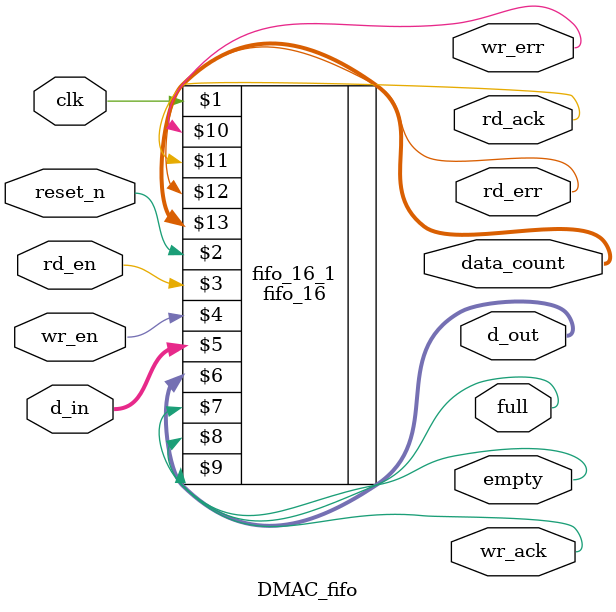
<source format=v>
module DMAC_fifo(clk, reset_n, rd_en, wr_en, d_in, d_out, full, empty, wr_ack, wr_err, rd_ack, rd_err, data_count); //16 fifo
	input clk, reset_n, rd_en, wr_en;
	input[31:0] d_in;
	output[31:0] d_out;
	output full, empty, wr_ack, wr_err, rd_ack, rd_err;
	//output[3:0] data_count;
	output[4:0] data_count;
	
	//wire rd_en1, rd_en2;
	//wire wr_en1, wr_en2;
	
	//reg rd_en_1, rd_en_2;
	//reg wr_en_1, wr_en_2;
	//wire[31:0] d_out_1, d_out_2;
	//wire full_1, full_2, empty_1, empty_2, wr_ack_1, wr_ack_2, wr_err_1, wr_err_2, rd_ack_1, rd_ack_2, rd_err_1, rd_err_2;
	//wire[3:0] data_count_1, data_count_2;
	
	//reg state;
	//if state == 0, fifo is not finished
	//if state == 1, fifo is finished
	
	//assign rd_en1 = rd_en_1;
	//assign rd_en2 = rd_en_2;
	//assign wr_en1 = wr_en_1;
	//assign wr_en2 = wr_en_2;
	
	//wire w_full, w_empty, w_wr_ack, w_wr_err, w_rd_ack, w_rd_err;
	//wire[4:0] w_data_count;
	//wire[31:0] w_d_out;
	
	//fifo fifo_1 (clk, reset_n, rd_en, wr_en, d_in, w_d_out, w_full, w_empty, w_wr_ack, w_wr_err, w_rd_ack, w_rd_err, w_data_count);
	fifo_16 fifo_16_1(clk, reset_n, rd_en, wr_en, d_in, d_out, full, empty, wr_ack, wr_err, rd_ack, rd_err, data_count);
	
	//assign full = w_full;
	//assign empty = w_empty;
	//assign wr_ack = w_wr_ack;
	//assign wr_err = w_wr_err;
	//assign rd_ack = w_rd_ack;
	//assign rd_err = w_rd_err;
	//assign data_count = w_data_count;
	//assign d_out = w_d_out;
	
	/*
	
	fifo fifo_1 (clk, reset_n, rd_en1, wr_en1, d_in, d_out_1, full_1, empty_1, wr_ack_1, wr_err_1, rd_ack_1, rd_err_1, data_count_1); //0 to 8
	fifo fifo_2 (clk, reset_n, rd_en2, wr_en2, d_in, d_out_2, full_2, empty_2, wr_ack_2, wr_err_2, rd_ack_2, rd_err_2, data_count_2); //9 to 16
	
	always @ (posedge clk or negedge reset_n)
		begin	//0 - 7 only on fifo_1, 8 both on fifo_1 and fifo_2, 9 - 16 only on fifo_2		
			if (reset_n == 1'b0)
				begin
					data_count = 8'b0000_0000;
					state = 1'b0;
					rd_en_1 = 1'b0; rd_en_2 = 1'b0;
					wr_en_1 = 1'b0; wr_en_2 = 1'b0;
				end
				
			//state = 0 means before fifo will working
			//state = 1 means after fifo worked
			
			if (clk == 1'b1)
				begin 
				if (wr_ack_1 == 1'b1)
					state = 1'b1;
				else if (rd_ack_1 == 1'b1)
					state = 1'b1;
				else if (wr_ack_2 == 1'b1)
					state = 1'b1;
				else if (rd_ack_2 == 1'b1)
					state = 1'b1;
			
				if ({state, data_count} == 9'b0_0000_0000) //0
				begin
					{rd_en_1, wr_en_1} = {rd_en, wr_en};
					{rd_en_2, wr_en_2} = {1'b0, 1'b0};
				end
				else if ({state, data_count} == 9'b1_0000_0000) //0
				begin
					d_out = d_out_1;
					{full, empty, wr_ack, wr_err, rd_ack, rd_err} = {full_2, empty_1, wr_ack_1, wr_err_1, rd_ack_1, rd_err_1};
					data_count = {data_count_1, data_count_2}; //0000_0000 to 1000_1000
					state = 1'b0;
				end
			
				else if ({state, data_count} == 9'b0_0001_0000) //1
				begin
					{rd_en_1, wr_en_1} = {rd_en, wr_en};
					{rd_en_2, wr_en_2} = {1'b0, 1'b0};
				end
				else if ({state, data_count} == 9'b1_0001_0000) //1
				begin
					d_out = d_out_1;
					{full, empty, wr_ack, wr_err, rd_ack, rd_err} = {full_2, empty_1, wr_ack_1, wr_err_1, rd_ack_1, rd_err_1};
					data_count = {data_count_1, data_count_2}; //0000_0000 to 1000_1000
					state = 1'b0;
				end
				
				else if ({state, data_count} == 9'b0_0010_0000) //2
				begin
					{rd_en_1, wr_en_1} = {rd_en, wr_en};
					{rd_en_2, wr_en_2} = {1'b0, 1'b0};
				end
				else if ({state, data_count} == 9'b1_0010_0000) //2
				begin
					d_out = d_out_1;
					{full, empty, wr_ack, wr_err, rd_ack, rd_err} = {full_2, empty_1, wr_ack_1, wr_err_1, rd_ack_1, rd_err_1};
					data_count = {data_count_1, data_count_2}; //0000_0000 to 1000_1000
					state = 1'b0;
				end 
				
				else if ({state, data_count} == 9'b0_0011_0000) //3
				begin
					{rd_en_1, wr_en_1} = {rd_en, wr_en};
					{rd_en_2, wr_en_2} = {1'b0, 1'b0};
				end
				else if ({state, data_count} == 9'b1_0011_0000) //3
				begin
					d_out = d_out_1;
					{full, empty, wr_ack, wr_err, rd_ack, rd_err} = {full_2, empty_1, wr_ack_1, wr_err_1, rd_ack_1, rd_err_1};
					data_count = {data_count_1, data_count_2}; //0000_0000 to 1000_1000
					state = 1'b0;
				end 
				
				else if ({state, data_count} == 9'b0_0100_0000) //4
				begin
					{rd_en_1, wr_en_1} = {rd_en, wr_en};
					{rd_en_2, wr_en_2} = {1'b0, 1'b0};
				end
				else if ({state, data_count} == 9'b1_0100_0000) //4
				begin
					d_out = d_out_1;
					{full, empty, wr_ack, wr_err, rd_ack, rd_err} = {full_2, empty_1, wr_ack_1, wr_err_1, rd_ack_1, rd_err_1};
					data_count = {data_count_1, data_count_2}; //0000_0000 to 1000_1000
					state = 1'b0;
				end 
				
				else if ({state, data_count} == 9'b0_0101_0000) //5
				begin
					{rd_en_1, wr_en_1} = {rd_en, wr_en};
					{rd_en_2, wr_en_2} = {1'b0, 1'b0};
				end
				else if ({state, data_count} == 9'b1_0101_0000) //5
				begin
					d_out = d_out_1;
					{full, empty, wr_ack, wr_err, rd_ack, rd_err} = {full_2, empty_1, wr_ack_1, wr_err_1, rd_ack_1, rd_err_1};
					data_count = {data_count_1, data_count_2}; //0000_0000 to 1000_1000
					state = 1'b0;
				end 
				
				else if ({state, data_count} == 9'b0_0110_0000) //6
				begin
					{rd_en_1, wr_en_1} = {rd_en, wr_en};
					{rd_en_2, wr_en_2} = {1'b0, 1'b0};
				end
				else if ({state, data_count} == 9'b1_0110_0000) //6
				begin
					d_out = d_out_1;
					{full, empty, wr_ack, wr_err, rd_ack, rd_err} = {full_2, empty_1, wr_ack_1, wr_err_1, rd_ack_1, rd_err_1};
					data_count = {data_count_1, data_count_2}; //0000_0000 to 1000_1000
					state = 1'b0;
				end
			
				else if ({state, data_count} == 9'b0_0111_0000) //7
				begin
					{rd_en_1, wr_en_1} = {rd_en, wr_en};
					{rd_en_2, wr_en_2} = {1'b0, 1'b0};
				end
				else if ({state, data_count} == 9'b1_0111_0000) //7
				begin
					d_out = d_out_1;
					{full, empty, wr_ack, wr_err, rd_ack, rd_err} = {full_2, empty_1, wr_ack_1, wr_err_1, rd_ack_1, rd_err_1};
					data_count = {data_count_1, data_count_2}; //0000_0000 to 1000_1000
					state = 1'b0;
				end 	
				
				else if ({state, data_count} == 9'b0_1000_0000) //8
				begin
					{rd_en_1, wr_en_1} = {rd_en, 1'b0};
					{rd_en_2, wr_en_2} = {1'b0, wr_en};
				end
				else if ({state, data_count} == 9'b1_1000_0000) //8
				begin
					d_out = d_out_1;
					{full, empty, wr_ack, wr_err, rd_ack, rd_err} = {full_2, empty_1, wr_ack_2, wr_err_2, rd_ack_1, rd_err_1};
					data_count = {data_count_1, data_count_2}; //0000_0000 to 1000_1000
					state = 1'b0;
				end 
				
				else if ({state, data_count} == 9'b0_1000_0001) //9
				begin
					{rd_en_1, wr_en_1} = {1'b0, 1'b0};
					{rd_en_2, wr_en_2} = {rd_en, wr_en};
				end
				else if ({state, data_count} == 9'b1_1000_0001) //9
				begin
					d_out = d_out_2;
					{full, empty, wr_ack, wr_err, rd_ack, rd_err} = {full_2, empty_1, wr_ack_2, wr_err_2, rd_ack_2, rd_err_2};
					data_count = {data_count_1, data_count_2}; //0000_0000 to 1000_1000
					state = 1'b0;
				end
				
				else if ({state, data_count} == 9'b0_1000_0010) //10
				begin
					{rd_en_1, wr_en_1} = {1'b0, 1'b0};
					{rd_en_2, wr_en_2} = {rd_en, wr_en};
				end
				else if ({state, data_count} == 9'b1_1000_0010) //10
				begin
					d_out = d_out_2;
					{full, empty, wr_ack, wr_err, rd_ack, rd_err} = {full_2, empty_1, wr_ack_2, wr_err_2, rd_ack_2, rd_err_2};
					data_count = {data_count_1, data_count_2}; //0000_0000 to 1000_1000
					state = 1'b0;
				end
				
				else if ({state, data_count} == 9'b0_1000_0011) //11
				begin
					{rd_en_1, wr_en_1} = {1'b0, 1'b0};
					{rd_en_2, wr_en_2} = {rd_en, wr_en};
				end
				else if ({state, data_count} == 9'b1_1000_0011) //11
				begin
					d_out = d_out_2;
					{full, empty, wr_ack, wr_err, rd_ack, rd_err} = {full_2, empty_1, wr_ack_2, wr_err_2, rd_ack_2, rd_err_2};
					data_count = {data_count_1, data_count_2}; //0000_0000 to 1000_1000
					state = 1'b0;
				end
				
				else if ({state, data_count} == 9'b0_1000_0100) //12
				begin
					{rd_en_1, wr_en_1} = {1'b0, 1'b0};
					{rd_en_2, wr_en_2} = {rd_en, wr_en};
				end
				else if ({state, data_count} == 9'b1_1000_0100) //12
				begin
					d_out = d_out_2;
					{full, empty, wr_ack, wr_err, rd_ack, rd_err} = {full_2, empty_1, wr_ack_2, wr_err_2, rd_ack_2, rd_err_2};
					data_count = {data_count_1, data_count_2}; //0000_0000 to 1000_1000
					state = 1'b0;
				end
				
				else if ({state, data_count} == 9'b0_1000_0101) //13
				begin
					{rd_en_1, wr_en_1} = {1'b0, 1'b0};
					{rd_en_2, wr_en_2} = {rd_en, wr_en};
				end
				else if ({state, data_count} == 9'b1_1000_0101) //13
				begin
					d_out = d_out_2;
					{full, empty, wr_ack, wr_err, rd_ack, rd_err} = {full_2, empty_1, wr_ack_2, wr_err_2, rd_ack_2, rd_err_2};
					data_count = {data_count_1, data_count_2}; //0000_0000 to 1000_1000
					state = 1'b0;
				end
				
				else if ({state, data_count} == 9'b0_1000_0110) //14
				begin
					{rd_en_1, wr_en_1} = {1'b0, 1'b0};
					{rd_en_2, wr_en_2} = {rd_en, wr_en};
				end
				else if ({state, data_count} == 9'b1_1000_0110) //14
				begin
					d_out = d_out_2;
					{full, empty, wr_ack, wr_err, rd_ack, rd_err} = {full_2, empty_1, wr_ack_2, wr_err_2, rd_ack_2, rd_err_2};
					data_count = {data_count_1, data_count_2}; //0000_0000 to 1000_1000
					state = 1'b0;
				end
				
				else if ({state, data_count} == 9'b0_1000_0111) //15
				begin
					{rd_en_1, wr_en_1} = {1'b0, 1'b0};
					{rd_en_2, wr_en_2} = {rd_en, wr_en};
				end
				else if ({state, data_count} == 9'b1_1000_0111) //15
				begin
					d_out = d_out_2;
					{full, empty, wr_ack, wr_err, rd_ack, rd_err} = {full_2, empty_1, wr_ack_2, wr_err_2, rd_ack_2, rd_err_2};
					data_count = {data_count_1, data_count_2}; //0000_0000 to 1000_1000
					state = 1'b0;
				end
				
				else if ({state, data_count} == 9'b0_1000_1000) //16
				begin
					{rd_en_1, wr_en_1} = {1'b0, 1'b0};
					{rd_en_2, wr_en_2} = {rd_en, wr_en};
				end
				else if ({state, data_count} == 9'b1_1000_1000) //16
				begin
					d_out = d_out_2;
					{full, empty, wr_ack, wr_err, rd_ack, rd_err} = {full_2, empty_1, wr_ack_2, wr_err_2, rd_ack_2, rd_err_2};
					data_count = {data_count_1, data_count_2}; //0000_0000 to 1000_1000
					state = 1'b0;
				end
			end
		end
		*/
endmodule 

</source>
